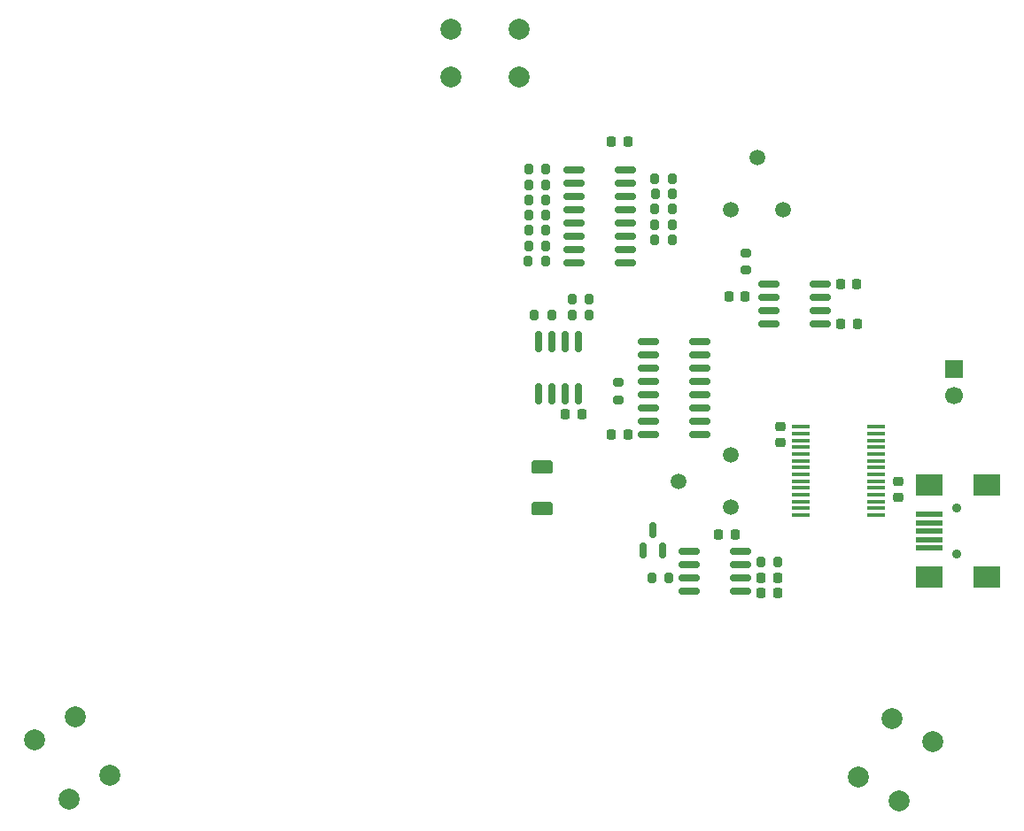
<source format=gbr>
%TF.GenerationSoftware,KiCad,Pcbnew,9.0.0*%
%TF.CreationDate,2025-05-12T20:37:00-03:00*%
%TF.ProjectId,kicad proyecto,6b696361-6420-4707-926f-796563746f2e,rev?*%
%TF.SameCoordinates,Original*%
%TF.FileFunction,Soldermask,Top*%
%TF.FilePolarity,Negative*%
%FSLAX46Y46*%
G04 Gerber Fmt 4.6, Leading zero omitted, Abs format (unit mm)*
G04 Created by KiCad (PCBNEW 9.0.0) date 2025-05-12 20:37:00*
%MOMM*%
%LPD*%
G01*
G04 APERTURE LIST*
G04 Aperture macros list*
%AMRoundRect*
0 Rectangle with rounded corners*
0 $1 Rounding radius*
0 $2 $3 $4 $5 $6 $7 $8 $9 X,Y pos of 4 corners*
0 Add a 4 corners polygon primitive as box body*
4,1,4,$2,$3,$4,$5,$6,$7,$8,$9,$2,$3,0*
0 Add four circle primitives for the rounded corners*
1,1,$1+$1,$2,$3*
1,1,$1+$1,$4,$5*
1,1,$1+$1,$6,$7*
1,1,$1+$1,$8,$9*
0 Add four rect primitives between the rounded corners*
20,1,$1+$1,$2,$3,$4,$5,0*
20,1,$1+$1,$4,$5,$6,$7,0*
20,1,$1+$1,$6,$7,$8,$9,0*
20,1,$1+$1,$8,$9,$2,$3,0*%
G04 Aperture macros list end*
%ADD10C,2.000000*%
%ADD11RoundRect,0.190500X-0.809500X-0.444500X0.809500X-0.444500X0.809500X0.444500X-0.809500X0.444500X0*%
%ADD12RoundRect,0.225000X-0.225000X-0.250000X0.225000X-0.250000X0.225000X0.250000X-0.225000X0.250000X0*%
%ADD13RoundRect,0.200000X0.200000X0.275000X-0.200000X0.275000X-0.200000X-0.275000X0.200000X-0.275000X0*%
%ADD14RoundRect,0.150000X0.825000X0.150000X-0.825000X0.150000X-0.825000X-0.150000X0.825000X-0.150000X0*%
%ADD15RoundRect,0.225000X0.225000X0.250000X-0.225000X0.250000X-0.225000X-0.250000X0.225000X-0.250000X0*%
%ADD16RoundRect,0.200000X-0.200000X-0.275000X0.200000X-0.275000X0.200000X0.275000X-0.200000X0.275000X0*%
%ADD17R,1.750000X0.450000*%
%ADD18C,1.498600*%
%ADD19RoundRect,0.200000X-0.275000X0.200000X-0.275000X-0.200000X0.275000X-0.200000X0.275000X0.200000X0*%
%ADD20RoundRect,0.150000X0.150000X-0.587500X0.150000X0.587500X-0.150000X0.587500X-0.150000X-0.587500X0*%
%ADD21RoundRect,0.225000X0.250000X-0.225000X0.250000X0.225000X-0.250000X0.225000X-0.250000X-0.225000X0*%
%ADD22RoundRect,0.150000X-0.825000X-0.150000X0.825000X-0.150000X0.825000X0.150000X-0.825000X0.150000X0*%
%ADD23C,0.900000*%
%ADD24R,2.500000X0.500000*%
%ADD25R,2.500000X2.000000*%
%ADD26RoundRect,0.200000X0.275000X-0.200000X0.275000X0.200000X-0.275000X0.200000X-0.275000X-0.200000X0*%
%ADD27RoundRect,0.225000X-0.250000X0.225000X-0.250000X-0.225000X0.250000X-0.225000X0.250000X0.225000X0*%
%ADD28RoundRect,0.150000X-0.150000X0.825000X-0.150000X-0.825000X0.150000X-0.825000X0.150000X0.825000X0*%
%ADD29R,1.700000X1.700000*%
%ADD30C,1.700000*%
G04 APERTURE END LIST*
D10*
%TO.C,SW2*%
X141750000Y-57668600D03*
X148250000Y-57668600D03*
X141750000Y-62168600D03*
X148250000Y-62168600D03*
%TD*%
D11*
%TO.C,BZ1*%
X150500000Y-99500000D03*
X150500000Y-103500000D03*
%TD*%
D12*
%TO.C,C11*%
X152717200Y-94437206D03*
X154267200Y-94437194D03*
%TD*%
D13*
%TO.C,R16*%
X150837400Y-71018400D03*
X149187400Y-71018400D03*
%TD*%
%TO.C,R6*%
X150817400Y-79844000D03*
X149167400Y-79844000D03*
%TD*%
D12*
%TO.C,C5*%
X179056995Y-85851995D03*
X180607005Y-85852005D03*
%TD*%
D14*
%TO.C,U5*%
X165562500Y-96445000D03*
X165562500Y-95175000D03*
X165562500Y-93905000D03*
X165562500Y-92635000D03*
X165562500Y-91365000D03*
X165562500Y-90095000D03*
X165562500Y-88825000D03*
X165562500Y-87555000D03*
X160612500Y-87555000D03*
X160612500Y-88825000D03*
X160612500Y-90095000D03*
X160612500Y-91365000D03*
X160612500Y-92635000D03*
X160612500Y-93905000D03*
X160612500Y-95175000D03*
X160612500Y-96445000D03*
%TD*%
D15*
%TO.C,C10*%
X158661401Y-68376795D03*
X157111399Y-68376805D03*
%TD*%
D16*
%TO.C,R12*%
X161290000Y-73380600D03*
X162940000Y-73380600D03*
%TD*%
D10*
%TO.C,SW3*%
X187823557Y-125810418D03*
X184573557Y-131439583D03*
X183926443Y-123560418D03*
X180676443Y-129189583D03*
%TD*%
D17*
%TO.C,U3*%
X175190601Y-95673200D03*
X175190600Y-96323200D03*
X175190601Y-96973200D03*
X175190600Y-97623200D03*
X175190601Y-98273200D03*
X175190601Y-98923200D03*
X175190601Y-99573200D03*
X175190601Y-100223200D03*
X175190601Y-100873200D03*
X175190601Y-101523200D03*
X175190600Y-102173200D03*
X175190601Y-102823200D03*
X175190600Y-103473200D03*
X175190600Y-104123199D03*
X182390599Y-104123200D03*
X182390600Y-103473200D03*
X182390599Y-102823200D03*
X182390600Y-102173200D03*
X182390599Y-101523200D03*
X182390599Y-100873200D03*
X182390599Y-100223200D03*
X182390599Y-99573200D03*
X182390599Y-98923200D03*
X182390599Y-98273200D03*
X182390600Y-97623200D03*
X182390599Y-96973200D03*
X182390600Y-96323200D03*
X182390600Y-95673201D03*
%TD*%
D13*
%TO.C,R17*%
X151412500Y-85000000D03*
X149762500Y-85000000D03*
%TD*%
%TO.C,R7*%
X150822400Y-78335400D03*
X149172400Y-78335400D03*
%TD*%
D18*
%TO.C,50k1*%
X168503600Y-103378000D03*
X163503600Y-100878000D03*
X168503600Y-98378010D03*
%TD*%
D15*
%TO.C,C1*%
X168923000Y-105943400D03*
X167373000Y-105943400D03*
%TD*%
D19*
%TO.C,R1*%
X169926000Y-79007199D03*
X169926000Y-80657201D03*
%TD*%
D18*
%TO.C,10k1*%
X168518200Y-74875400D03*
X171018200Y-69875400D03*
X173518190Y-74875400D03*
%TD*%
D12*
%TO.C,C6*%
X171437000Y-111556800D03*
X172987000Y-111556800D03*
%TD*%
D16*
%TO.C,R8*%
X161276800Y-76327000D03*
X162926800Y-76327000D03*
%TD*%
D13*
%TO.C,R15*%
X150832400Y-72494000D03*
X149182400Y-72494000D03*
%TD*%
%TO.C,R11*%
X150832400Y-75414200D03*
X149182400Y-75414200D03*
%TD*%
D20*
%TO.C,Q1*%
X160136800Y-107465100D03*
X162036800Y-107465100D03*
X161086800Y-105590100D03*
%TD*%
D21*
%TO.C,C7*%
X173228000Y-97193400D03*
X173228000Y-95643400D03*
%TD*%
D22*
%TO.C,U2*%
X164525000Y-107595000D03*
X164525000Y-108865000D03*
X164525000Y-110135000D03*
X164525000Y-111405000D03*
X169475000Y-111405000D03*
X169475000Y-110135000D03*
X169475000Y-108865000D03*
X169475000Y-107595000D03*
%TD*%
D23*
%TO.C,J1*%
X190110000Y-107864000D03*
X190110000Y-103464000D03*
D24*
X187510000Y-107264000D03*
X187510000Y-106464000D03*
X187510000Y-105664000D03*
X187510000Y-104864000D03*
X187510000Y-104064000D03*
D25*
X187510000Y-110064000D03*
X193010000Y-110064000D03*
X187510000Y-101264000D03*
X193010000Y-101264000D03*
%TD*%
D26*
%TO.C,R5*%
X157750000Y-93075001D03*
X157750000Y-91424999D03*
%TD*%
D16*
%TO.C,R10*%
X161276800Y-74853800D03*
X162926800Y-74853800D03*
%TD*%
D13*
%TO.C,R18*%
X154998750Y-84994531D03*
X153348750Y-84994531D03*
%TD*%
%TO.C,R9*%
X150827400Y-76884200D03*
X149177400Y-76884200D03*
%TD*%
D22*
%TO.C,U1*%
X172150000Y-82016600D03*
X172150000Y-83286600D03*
X172150000Y-84556600D03*
X172150000Y-85826600D03*
X177100000Y-85826600D03*
X177100000Y-84556600D03*
X177100000Y-83286600D03*
X177100000Y-82016600D03*
%TD*%
D16*
%TO.C,R3*%
X171387000Y-108585000D03*
X173037000Y-108585000D03*
%TD*%
D10*
%TO.C,SW1*%
X105250000Y-131250000D03*
X102000000Y-125620835D03*
X109147114Y-129000000D03*
X105897114Y-123370835D03*
%TD*%
D27*
%TO.C,C8*%
X184505602Y-100850391D03*
X184505598Y-102400409D03*
%TD*%
D22*
%TO.C,U6*%
X153525000Y-71055000D03*
X153525000Y-72325000D03*
X153525000Y-73595000D03*
X153525000Y-74865000D03*
X153525000Y-76135000D03*
X153525000Y-77405000D03*
X153525000Y-78675000D03*
X153525000Y-79945000D03*
X158475000Y-79945000D03*
X158475000Y-78675000D03*
X158475000Y-77405000D03*
X158475000Y-76135000D03*
X158475000Y-74865000D03*
X158475000Y-73595000D03*
X158475000Y-72325000D03*
X158475000Y-71055000D03*
%TD*%
D16*
%TO.C,R4*%
X161276800Y-77815600D03*
X162926800Y-77815600D03*
%TD*%
D28*
%TO.C,U4*%
X153992500Y-87525000D03*
X152722500Y-87525000D03*
X151452500Y-87525000D03*
X150182500Y-87525000D03*
X150182500Y-92475000D03*
X151452500Y-92475000D03*
X152722500Y-92475000D03*
X153992500Y-92475000D03*
%TD*%
D15*
%TO.C,C4*%
X169888206Y-83185004D03*
X168338194Y-83184996D03*
%TD*%
D16*
%TO.C,R14*%
X161277800Y-71907400D03*
X162927800Y-71907400D03*
%TD*%
D12*
%TO.C,C2*%
X171437000Y-110083600D03*
X172987000Y-110083600D03*
%TD*%
D29*
%TO.C,J2*%
X189839600Y-90119200D03*
D30*
X189839599Y-92659199D03*
%TD*%
D15*
%TO.C,C9*%
X158673800Y-96443800D03*
X157123800Y-96443802D03*
%TD*%
D13*
%TO.C,R13*%
X150832400Y-73950800D03*
X149182400Y-73950800D03*
%TD*%
D12*
%TO.C,C3*%
X179031600Y-82016600D03*
X180581600Y-82016600D03*
%TD*%
D16*
%TO.C,R19*%
X153353000Y-83464400D03*
X155003000Y-83464400D03*
%TD*%
D13*
%TO.C,R2*%
X162623000Y-110083600D03*
X160973000Y-110083600D03*
%TD*%
M02*

</source>
